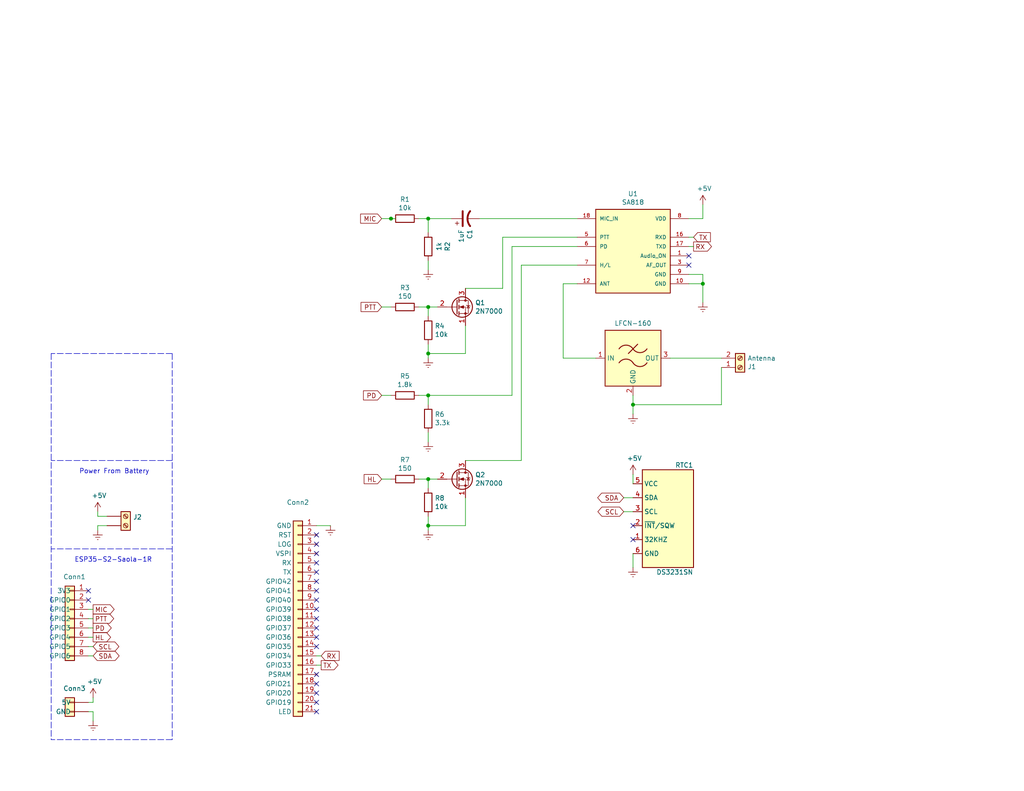
<source format=kicad_sch>
(kicad_sch (version 20211123) (generator eeschema)
  (paper "USLetter")
  (title_block (title "Yet Another Foxbox") (date "2023-03-25") (rev "v3.1") (company "Greg Stoike, KN4CK"))
  (lib_symbols
    (symbol "Connector:Screw_Terminal_01x02" (pin_names (offset 1.016) hide)
      (property "Reference" "J" (at 0 2.54 0))
      (property "Value" "Screw_Terminal_01x02" (at 0 -5.08 0))
      (symbol "Screw_Terminal_01x02_1_1"
        (rectangle (start -1.27 1.27) (end 1.27 -3.81) (stroke (width 0.254)) (fill (type background)))
        (circle (center 0 -2.54) (radius 0.635) (stroke (width 0.1524)))
        (polyline (pts (xy -0.5334 -2.2098) (xy 0.3302 -3.048)) (stroke (width 0.1524)))
        (polyline (pts (xy -0.5334 0.3302) (xy 0.3302 -0.508)) (stroke (width 0.1524)))
        (polyline (pts (xy -0.3556 -2.032) (xy 0.508 -2.8702)) (stroke (width 0.1524)))
        (polyline (pts (xy -0.3556 0.508) (xy 0.508 -0.3302)) (stroke (width 0.1524)))
        (circle (center 0 0) (radius 0.635) (stroke (width 0.1524)))
        (pin passive line (at -5.08 0 0) (length 3.81) (name "Pin_1") (number "1"))
        (pin passive line (at -5.08 -2.54 0) (length 3.81) (name "Pin_2") (number "2"))
      )
    )
    (symbol "Connector_ESP32:Conn_01x21" (pin_names (offset 3))
      (property "Reference" "Conn2" (at 0 31.75 0))
      (symbol "Conn_01x21_1_1"
        (rectangle (start -1.27 -25.273) (end 0 -25.527) (stroke (width 0.1524)))
        (rectangle (start -1.27 -22.733) (end 0 -22.987) (stroke (width 0.1524)))
        (rectangle (start -1.27 -20.193) (end 0 -20.447) (stroke (width 0.1524)))
        (rectangle (start -1.27 -17.653) (end 0 -17.907) (stroke (width 0.1524)))
        (rectangle (start -1.27 -15.113) (end 0 -15.367) (stroke (width 0.1524)))
        (rectangle (start -1.27 -12.573) (end 0 -12.827) (stroke (width 0.1524)))
        (rectangle (start -1.27 -10.033) (end 0 -10.287) (stroke (width 0.1524)))
        (rectangle (start -1.27 -7.493) (end 0 -7.747) (stroke (width 0.1524)))
        (rectangle (start -1.27 -4.953) (end 0 -5.207) (stroke (width 0.1524)))
        (rectangle (start -1.27 -2.413) (end 0 -2.667) (stroke (width 0.1524)))
        (rectangle (start -1.27 0.127) (end 0 -0.127) (stroke (width 0.1524)))
        (rectangle (start -1.27 2.667) (end 0 2.413) (stroke (width 0.1524)))
        (rectangle (start -1.27 5.207) (end 0 4.953) (stroke (width 0.1524)))
        (rectangle (start -1.27 7.747) (end 0 7.493) (stroke (width 0.1524)))
        (rectangle (start -1.27 10.287) (end 0 10.033) (stroke (width 0.1524)))
        (rectangle (start -1.27 12.827) (end 0 12.573) (stroke (width 0.1524)))
        (rectangle (start -1.27 15.367) (end 0 15.113) (stroke (width 0.1524)))
        (rectangle (start -1.27 17.907) (end 0 17.653) (stroke (width 0.1524)))
        (rectangle (start -1.27 20.447) (end 0 20.193) (stroke (width 0.1524)))
        (rectangle (start -1.27 22.987) (end 0 22.733) (stroke (width 0.1524)))
        (rectangle (start -1.27 25.527) (end 0 25.273) (stroke (width 0.1524)))
        (rectangle (start -1.27 26.67) (end 1.27 -26.67) (stroke (width 0.254)) (fill (type background)))
        (pin passive line (at -5.08 25.4 0) (length 3.81) (name "GND") (number "1"))
        (pin passive line (at -5.08 2.54 0) (length 3.81) (name "GPIO39") (number "10"))
        (pin passive line (at -5.08 0 0) (length 3.81) (name "GPIO38") (number "11"))
        (pin passive line (at -5.08 -2.54 0) (length 3.81) (name "GPIO37") (number "12"))
        (pin passive line (at -5.08 -5.08 0) (length 3.81) (name "GPIO36") (number "13"))
        (pin passive line (at -5.08 -7.62 0) (length 3.81) (name "GPIO35") (number "14"))
        (pin passive line (at -5.08 -10.16 0) (length 3.81) (name "GPIO34") (number "15"))
        (pin passive line (at -5.08 -12.7 0) (length 3.81) (name "GPIO33") (number "16"))
        (pin no_connect line (at -5.08 -15.24 0) (length 3.81) (name "PSRAM") (number "17"))
        (pin passive line (at -5.08 -17.78 0) (length 3.81) (name "GPIO21") (number "18"))
        (pin passive line (at -5.08 -20.32 0) (length 3.81) (name "GPIO20") (number "19"))
        (pin no_connect line (at -5.08 22.86 0) (length 3.81) (name "RST") (number "2"))
        (pin passive line (at -5.08 -22.86 0) (length 3.81) (name "GPIO19") (number "20"))
        (pin passive line (at -5.08 -25.4 0) (length 3.81) (name "LED") (number "21"))
        (pin no_connect line (at -5.08 20.32 0) (length 3.81) (name "LOG") (number "3"))
        (pin no_connect line (at -5.08 17.78 0) (length 3.81) (name "VSPI") (number "4"))
        (pin passive line (at -5.08 15.24 0) (length 3.81) (name "RX") (number "5"))
        (pin passive line (at -5.08 12.7 0) (length 3.81) (name "TX") (number "6"))
        (pin passive line (at -5.08 10.16 0) (length 3.81) (name "GPIO42") (number "7"))
        (pin passive line (at -5.08 7.62 0) (length 3.81) (name "GPIO41") (number "8"))
        (pin passive line (at -5.08 5.08 0) (length 3.81) (name "GPIO40") (number "9"))
      )
    )
    (symbol "Connector_ESP32:ESP32-S2-Saola-1R_Power" (pin_numbers hide) (pin_names (offset 1.016))
      (property "Reference" "Conn3" (at 1.27 6.35 0))
      (symbol "ESP32-S2-Saola-1R_Power_1_1"
        (rectangle (start 1.27 -1.27) (end -1.27 3.81) (stroke (width 0.254)) (fill (type background)))
        (rectangle (start 1.27 -0.127) (end 0 0.127) (stroke (width 0.1524)))
        (rectangle (start 1.27 2.413) (end 0 2.667) (stroke (width 0.1524)))
        (pin passive line (at 5.08 2.54 180) (length 3.81) (name "5V") (number "5v0"))
        (pin passive line (at 5.08 0 180) (length 3.81) (name "GND") (number "GND"))
      )
    )
    (symbol "DRA818V:SA818" (pin_names (offset 1.016))
      (property "Reference" "U" (at -10.16 13.208 0))
      (property "Value" "SA818" (at -10.16 -12.7 0))
      (symbol "SA818_0_0"
        (rectangle (start -10.16 -10.16) (end 10.16 12.7) (stroke (width 0.254)) (fill (type background)))
        (pin output line (at 15.24 0 180) (length 5.08) (name "Audio_ON") (number "1"))
        (pin power_in line (at 15.24 -7.62 180) (length 5.08) (name "GND") (number "10"))
        (pin passive line (at -15.24 -7.62 0) (length 5.08) (name "ANT") (number "12"))
        (pin input line (at 15.24 5.08 180) (length 5.08) (name "RXD") (number "16"))
        (pin output line (at 15.24 2.54 180) (length 5.08) (name "TXD") (number "17"))
        (pin input line (at -15.24 10.16 0) (length 5.08) (name "MIC_IN") (number "18"))
        (pin output line (at 15.24 -2.54 180) (length 5.08) (name "AF_OUT") (number "3"))
        (pin input line (at -15.24 5.08 0) (length 5.08) (name "PTT") (number "5"))
        (pin input line (at -15.24 2.54 0) (length 5.08) (name "PD") (number "6"))
        (pin input line (at -15.24 -2.54 0) (length 5.08) (name "H/L") (number "7"))
        (pin power_in line (at 15.24 10.16 180) (length 5.08) (name "VDD") (number "8"))
        (pin power_in line (at 15.24 -5.08 180) (length 5.08) (name "GND") (number "9"))
      )
    )
    (symbol "Device:R" (pin_numbers hide) (pin_names (offset 0))
      (property "Reference" "R" (at 2.032 0 90))
      (property "Value" "R" (at 0 0 90))
      (symbol "R_0_1"
        (rectangle (start -1.016 -2.54) (end 1.016 2.54) (stroke (width 0.254)))
      )
      (symbol "R_1_1"
        (pin passive line (at 0 3.81 270) (length 1.27) (name "~") (number "1"))
        (pin passive line (at 0 -3.81 90) (length 1.27) (name "~") (number "2"))
      )
    )
    (symbol "ESP32-S2-Saola-1R_GPIO_1" (pin_names (offset 1.016))
      (property "Reference" "Conn1" (at 1.27 13.97 0))
      (symbol "ESP32-S2-Saola-1R_GPIO_1_1_1"
        (rectangle (start 1.27 -8.89) (end -1.27 11.43) (stroke (width 0.254)) (fill (type background)))
        (rectangle (start 1.27 -7.747) (end 0 -7.493) (stroke (width 0.1524)))
        (rectangle (start 1.27 -5.207) (end 0 -4.953) (stroke (width 0.1524)))
        (rectangle (start 1.27 -2.667) (end 0 -2.413) (stroke (width 0.1524)))
        (rectangle (start 1.27 -0.127) (end 0 0.127) (stroke (width 0.1524)))
        (rectangle (start 1.27 2.413) (end 0 2.667) (stroke (width 0.1524)))
        (rectangle (start 1.27 4.953) (end 0 5.207) (stroke (width 0.1524)))
        (rectangle (start 1.27 7.493) (end 0 7.747) (stroke (width 0.1524)))
        (rectangle (start 1.27 10.033) (end 0 10.287) (stroke (width 0.1524)))
        (pin passive line (at 5.08 10.16 180) (length 3.81) (name "3V3") (number "1"))
        (pin passive line (at 5.08 7.62 180) (length 3.81) (name "GPIO0") (number "2"))
        (pin passive line (at 5.08 5.08 180) (length 3.81) (name "GPIO1") (number "3"))
        (pin passive line (at 5.08 2.54 180) (length 3.81) (name "GPIO2") (number "4"))
        (pin passive line (at 5.08 0 180) (length 3.81) (name "GPIO3") (number "5"))
        (pin passive line (at 5.08 -2.54 180) (length 3.81) (name "GPIO4") (number "6"))
        (pin passive line (at 5.08 -5.08 180) (length 3.81) (name "GPIO5") (number "7"))
        (pin passive line (at 5.08 -7.62 180) (length 3.81) (name "GPIO6") (number "8"))
      )
    )
    (symbol "RF_Filter:LFCN-160"
      (property "Reference" "FL" (at 0 10.795 0))
      (property "Value" "LFCN-160" (at 0 8.89 0))
      (symbol "LFCN-160_0_1"
        (rectangle (start -7.62 7.62) (end 7.62 -7.62) (stroke (width 0.254)) (fill (type background)))
        (arc (start 0 -1.27) (mid -1.905 -0.2505) (end -3.81 -1.27) (stroke (width 0.254)))
        (arc (start 0 -1.27) (mid 1.905 -2.2895) (end 3.81 -1.27) (stroke (width 0.254)))
        (polyline (pts (xy -1.27 1.27) (xy 1.27 3.81)) (stroke (width 0.254)))
        (arc (start 0 2.54) (mid -1.905 3.5595) (end -3.81 2.54) (stroke (width 0.254)))
        (arc (start 0 2.54) (mid 1.905 1.5205) (end 3.81 2.54) (stroke (width 0.254)))
      )
      (symbol "LFCN-160_1_1"
        (pin passive line (at -10.16 0 0) (length 2.54) (name "IN") (number "1"))
        (pin passive line (at 0 -10.16 90) (length 2.54) (name "GND") (number "2"))
        (pin passive line (at 10.16 0 180) (length 2.54) (name "OUT") (number "3"))
        (pin passive line (at 0 -10.16 90) (length 2.54) hide (name "GND") (number "4"))
      )
    )
    (symbol "Screw_Terminal_01x02_1" (pin_numbers hide) (pin_names (offset 1.016) hide)
      (property "Reference" "J" (at 0 2.54 0))
      (property "Value" "Screw_Terminal_01x02_1" (at 0 -5.08 0))
      (symbol "Screw_Terminal_01x02_1_1_1"
        (rectangle (start -1.27 1.27) (end 1.27 -3.81) (stroke (width 0.254)) (fill (type background)))
        (circle (center 0 -2.54) (radius 0.635) (stroke (width 0.1524)))
        (polyline (pts (xy -0.5334 -2.2098) (xy 0.3302 -3.048)) (stroke (width 0.1524)))
        (polyline (pts (xy -0.5334 0.3302) (xy 0.3302 -0.508)) (stroke (width 0.1524)))
        (polyline (pts (xy -0.3556 -2.032) (xy 0.508 -2.8702)) (stroke (width 0.1524)))
        (polyline (pts (xy -0.3556 0.508) (xy 0.508 -0.3302)) (stroke (width 0.1524)))
        (circle (center 0 0) (radius 0.635) (stroke (width 0.1524)))
        (pin passive line (at -5.08 0 0) (length 3.81) (name "Pin_1") (number "1"))
        (pin passive line (at -5.08 -2.54 0) (length 3.81) (name "Pin_2") (number "2"))
      )
    )
    (symbol "Transistor_FET:2N7000" (pin_names hide)
      (property "Reference" "Q" (at 5.08 1.905 0))
      (property "Value" "2N7000" (at 5.08 0 0))
      (symbol "2N7000_0_1"
        (polyline (pts (xy 0.254 0) (xy -2.54 0)))
        (polyline (pts (xy 0.254 1.905) (xy 0.254 -1.905)) (stroke (width 0.254)))
        (polyline (pts (xy 0.762 -1.27) (xy 0.762 -2.286)) (stroke (width 0.254)))
        (polyline (pts (xy 0.762 0.508) (xy 0.762 -0.508)) (stroke (width 0.254)))
        (polyline (pts (xy 0.762 2.286) (xy 0.762 1.27)) (stroke (width 0.254)))
        (polyline (pts (xy 2.54 2.54) (xy 2.54 1.778)))
        (polyline (pts (xy 2.54 -2.54) (xy 2.54 0) (xy 0.762 0)))
        (polyline (pts (xy 0.762 -1.778) (xy 3.302 -1.778) (xy 3.302 1.778) (xy 0.762 1.778)))
        (polyline (pts (xy 1.016 0) (xy 2.032 0.381) (xy 2.032 -0.381) (xy 1.016 0)) (fill (type outline)))
        (polyline (pts (xy 2.794 0.508) (xy 2.921 0.381) (xy 3.683 0.381) (xy 3.81 0.254)))
        (polyline (pts (xy 3.302 0.381) (xy 2.921 -0.254) (xy 3.683 -0.254) (xy 3.302 0.381)))
        (circle (center 1.651 0) (radius 2.794) (stroke (width 0.254)))
        (circle (center 2.54 -1.778) (radius 0.254) (fill (type outline)))
        (circle (center 2.54 1.778) (radius 0.254) (fill (type outline)))
      )
      (symbol "2N7000_1_1"
        (pin passive line (at 2.54 -5.08 90) (length 2.54) (name "S") (number "1"))
        (pin input line (at -5.08 0 0) (length 2.54) (name "G") (number "2"))
        (pin passive line (at 2.54 5.08 270) (length 2.54) (name "D") (number "3"))
      )
    )
    (symbol "fox-rescue:CP1-Device" (pin_numbers hide) (pin_names (offset 0.254) hide)
      (property "Reference" "C" (at 0.635 2.54 0))
      (property "Value" "CP1-Device" (at 0.635 -2.54 0))
      (symbol "CP1-Device_0_1"
        (polyline (pts (xy -2.032 0.762) (xy 2.032 0.762)) (stroke (width 0.508)))
        (polyline (pts (xy -1.778 2.286) (xy -0.762 2.286)))
        (polyline (pts (xy -1.27 1.778) (xy -1.27 2.794)))
        (arc (start 2.032 -1.27) (mid 0 -0.5572) (end -2.032 -1.27) (stroke (width 0.508)))
      )
      (symbol "CP1-Device_1_1"
        (pin passive line (at 0 3.81 270) (length 2.794) (name "~") (number "1"))
        (pin passive line (at 0 -3.81 90) (length 3.302) (name "~") (number "2"))
      )
    )
    (symbol "fox-rescue:DS3231SN-ds3231sn"
      (property "Reference" "RTC1" (at -39.37 19.05 0))
      (property "Value" "DS3231SN" (at -46.99 -10.16 0))
      (symbol "DS3231SN-ds3231sn_0_1"
        (rectangle (start -50.8 17.78) (end -36.83 -8.89) (stroke (width 0.254)) (fill (type background)))
      )
      (symbol "DS3231SN-ds3231sn_1_1"
        (pin open_collector line (at -53.34 -1.27 0) (length 2.54) (name "32KHZ") (number "1"))
        (pin open_collector line (at -53.34 2.54 0) (length 2.54) (name "~{INT}/SQW") (number "2"))
        (pin bidirectional line (at -53.34 6.35 0) (length 2.54) (name "SCL") (number "3"))
        (pin bidirectional line (at -53.34 10.16 0) (length 2.54) (name "SDA") (number "4"))
        (pin power_in line (at -53.34 13.97 0) (length 2.54) (name "VCC") (number "5"))
        (pin power_in line (at -53.34 -5.08 0) (length 2.54) (name "GND") (number "6"))
      )
    )
    (symbol "power:+5V" (power) (pin_names (offset 0))
      (property "Value" "+5V" (at 0 3.556 0))
      (symbol "+5V_0_1"
        (polyline (pts (xy -0.762 1.27) (xy 0 2.54)))
        (polyline (pts (xy 0 0) (xy 0 2.54)))
        (polyline (pts (xy 0 2.54) (xy 0.762 1.27)))
      )
      (symbol "+5V_1_1"
        (pin power_in line (at 0 0 90) (length 0) hide (name "+5V") (number "1"))
      )
    )
    (symbol "power:GNDREF" (power) (pin_names (offset 0))
      (property "Value" "GNDREF" (at 0 -3.81 0))
      (symbol "GNDREF_0_1"
        (polyline (pts (xy -0.635 -1.905) (xy 0.635 -1.905)))
        (polyline (pts (xy -0.127 -2.54) (xy 0.127 -2.54)))
        (polyline (pts (xy 0 -1.27) (xy 0 0)))
        (polyline (pts (xy 1.27 -1.27) (xy -1.27 -1.27)))
      )
      (symbol "GNDREF_1_1"
        (pin power_in line (at 0 0 270) (length 0) hide (name "GNDREF") (number "1"))
      )
    )
  )
  (junction (at 116.84 130.81))
  (junction (at 106.68 59.69))
  (junction (at 116.84 96.52))
  (junction (at 116.84 59.69))
  (junction (at 116.84 107.95))
  (junction (at 116.84 83.82))
  (junction (at 191.77 77.47))
  (junction (at 116.84 143.51))
  (junction (at 172.72 110.49))
  (no_connect (at 86.36 186.69))
  (no_connect (at 86.36 151.13))
  (no_connect (at 86.36 173.99))
  (no_connect (at 86.36 171.45))
  (no_connect (at 86.36 148.59))
  (no_connect (at 187.96 72.39))
  (no_connect (at 86.36 158.75))
  (no_connect (at 24.13 161.29))
  (no_connect (at 172.72 143.51))
  (no_connect (at 86.36 191.77))
  (no_connect (at 86.36 166.37))
  (no_connect (at 86.36 156.21))
  (no_connect (at 86.36 194.31))
  (no_connect (at 86.36 189.23))
  (no_connect (at 86.36 176.53))
  (no_connect (at 172.72 147.32))
  (no_connect (at 86.36 163.83))
  (no_connect (at 24.13 163.83))
  (no_connect (at 86.36 184.15))
  (no_connect (at 86.36 161.29))
  (no_connect (at 86.36 168.91))
  (no_connect (at 187.96 69.85))
  (no_connect (at 86.36 146.05))
  (no_connect (at 86.36 153.67))
  (wire (pts (xy 26.67 140.97) (xy 29.21 140.97)))
  (wire (pts (xy 157.48 77.47) (xy 153.67 77.47)))
  (polyline (pts (xy 46.99 96.52) (xy 13.97 96.52)))
  (wire (pts (xy 119.38 83.82) (xy 116.84 83.82)))
  (wire (pts (xy 29.21 143.51) (xy 26.67 143.51)))
  (wire (pts (xy 157.48 64.77) (xy 137.16 64.77)))
  (wire (pts (xy 106.68 59.69) (xy 104.14 59.69)))
  (wire (pts (xy 25.4 168.91) (xy 24.13 168.91)))
  (wire (pts (xy 106.68 83.82) (xy 104.14 83.82)))
  (polyline (pts (xy 46.99 125.73) (xy 13.97 125.73)))
  (wire (pts (xy 87.63 179.07) (xy 86.36 179.07)))
  (wire (pts (xy 187.96 77.47) (xy 191.77 77.47)))
  (wire (pts (xy 26.67 143.51) (xy 26.67 144.78)))
  (wire (pts (xy 24.13 176.53) (xy 25.4 176.53)))
  (wire (pts (xy 130.81 59.69) (xy 157.48 59.69)))
  (wire (pts (xy 24.13 179.07) (xy 25.4 179.07)))
  (wire (pts (xy 87.63 181.61) (xy 86.36 181.61)))
  (wire (pts (xy 25.4 191.77) (xy 25.4 190.5)))
  (wire (pts (xy 139.7 67.31) (xy 139.7 107.95)))
  (wire (pts (xy 127 88.9) (xy 127 96.52)))
  (wire (pts (xy 107.95 59.69) (xy 106.68 59.69)))
  (wire (pts (xy 172.72 135.89) (xy 170.18 135.89)))
  (wire (pts (xy 116.84 86.36) (xy 116.84 83.82)))
  (wire (pts (xy 127 135.89) (xy 127 143.51)))
  (wire (pts (xy 153.67 77.47) (xy 153.67 97.79)))
  (wire (pts (xy 24.13 191.77) (xy 25.4 191.77)))
  (wire (pts (xy 187.96 74.93) (xy 191.77 74.93)))
  (wire (pts (xy 123.19 59.69) (xy 116.84 59.69)))
  (wire (pts (xy 116.84 96.52) (xy 116.84 93.98)))
  (wire (pts (xy 172.72 107.95) (xy 172.72 110.49)))
  (wire (pts (xy 116.84 133.35) (xy 116.84 130.81)))
  (wire (pts (xy 106.68 130.81) (xy 104.14 130.81)))
  (wire (pts (xy 182.88 97.79) (xy 196.85 97.79)))
  (wire (pts (xy 157.48 72.39) (xy 142.24 72.39)))
  (wire (pts (xy 116.84 144.78) (xy 116.84 143.51)))
  (wire (pts (xy 137.16 64.77) (xy 137.16 78.74)))
  (wire (pts (xy 116.84 110.49) (xy 116.84 107.95)))
  (wire (pts (xy 25.4 171.45) (xy 24.13 171.45)))
  (wire (pts (xy 172.72 110.49) (xy 172.72 113.03)))
  (polyline (pts (xy 46.99 149.86) (xy 13.97 149.86)))
  (wire (pts (xy 116.84 130.81) (xy 114.3 130.81)))
  (wire (pts (xy 116.84 83.82) (xy 114.3 83.82)))
  (wire (pts (xy 172.72 139.7) (xy 170.18 139.7)))
  (wire (pts (xy 25.4 173.99) (xy 24.13 173.99)))
  (wire (pts (xy 172.72 154.94) (xy 172.72 151.13)))
  (wire (pts (xy 25.4 196.85) (xy 25.4 194.31)))
  (wire (pts (xy 191.77 59.69) (xy 191.77 55.88)))
  (wire (pts (xy 116.84 120.65) (xy 116.84 118.11)))
  (wire (pts (xy 24.13 194.31) (xy 25.4 194.31)))
  (wire (pts (xy 191.77 74.93) (xy 191.77 77.47)))
  (wire (pts (xy 116.84 97.79) (xy 116.84 96.52)))
  (wire (pts (xy 119.38 130.81) (xy 116.84 130.81)))
  (wire (pts (xy 25.4 166.37) (xy 24.13 166.37)))
  (wire (pts (xy 116.84 143.51) (xy 116.84 140.97)))
  (wire (pts (xy 137.16 78.74) (xy 127 78.74)))
  (wire (pts (xy 196.85 110.49) (xy 172.72 110.49)))
  (wire (pts (xy 187.96 59.69) (xy 191.77 59.69)))
  (polyline (pts (xy 46.99 201.93) (xy 13.97 201.93)))
  (wire (pts (xy 196.85 100.33) (xy 196.85 110.49)))
  (wire (pts (xy 26.67 139.7) (xy 26.67 140.97)))
  (wire (pts (xy 172.72 132.08) (xy 172.72 129.54)))
  (wire (pts (xy 106.68 107.95) (xy 104.14 107.95)))
  (wire (pts (xy 153.67 97.79) (xy 162.56 97.79)))
  (wire (pts (xy 187.96 64.77) (xy 189.23 64.77)))
  (wire (pts (xy 187.96 67.31) (xy 189.23 67.31)))
  (wire (pts (xy 157.48 67.31) (xy 139.7 67.31)))
  (wire (pts (xy 114.3 59.69) (xy 116.84 59.69)))
  (polyline (pts (xy 46.99 96.52) (xy 46.99 201.93)))
  (wire (pts (xy 142.24 72.39) (xy 142.24 125.73)))
  (polyline (pts (xy 13.97 96.52) (xy 13.97 201.93)))
  (wire (pts (xy 139.7 107.95) (xy 116.84 107.95)))
  (wire (pts (xy 127 96.52) (xy 116.84 96.52)))
  (wire (pts (xy 86.36 143.51) (xy 90.17 143.51)))
  (wire (pts (xy 191.77 77.47) (xy 191.77 82.55)))
  (wire (pts (xy 114.3 107.95) (xy 116.84 107.95)))
  (wire (pts (xy 127 143.51) (xy 116.84 143.51)))
  (wire (pts (xy 116.84 71.12) (xy 116.84 73.66)))
  (wire (pts (xy 116.84 59.69) (xy 116.84 63.5)))
  (wire (pts (xy 142.24 125.73) (xy 127 125.73)))
  (text "ESP35-S2-Saola-1R" (at 20.32 153.67 0) (effects (font (size 1.27 1.27)) (justify left bottom)))
  (text "Power From Battery" (at 21.59 129.54 0) (effects (font (size 1.27 1.27)) (justify left bottom)))
  (global_label "PD" (shape input) (at 104.14 107.95 180) (property "Intersheet References" "${INTERSHEET_REFS}" (effects hide)))
  (global_label "SCL" (shape bidirectional) (at 170.18 139.7 180) (property "Intersheet References" "${INTERSHEET_REFS}" (effects hide)))
  (global_label "TX" (shape input) (at 189.23 64.77 0) (property "Intersheet References" "${INTERSHEET_REFS}" (effects hide)))
  (global_label "SDA" (shape bidirectional) (at 170.18 135.89 180) (property "Intersheet References" "${INTERSHEET_REFS}" (effects hide)))
  (global_label "HL" (shape output) (at 25.4 173.99 0) (property "Intersheet References" "${INTERSHEET_REFS}" (effects hide)))
  (global_label "MIC" (shape output) (at 25.4 166.37 0) (property "Intersheet References" "${INTERSHEET_REFS}" (effects hide)))
  (global_label "RX" (shape input) (at 87.63 179.07 0) (property "Intersheet References" "${INTERSHEET_REFS}" (effects hide)))
  (global_label "TX" (shape output) (at 87.63 181.61 0) (property "Intersheet References" "${INTERSHEET_REFS}" (effects hide)))
  (global_label "PTT" (shape output) (at 25.4 168.91 0) (property "Intersheet References" "${INTERSHEET_REFS}" (effects hide)))
  (global_label "PTT" (shape input) (at 104.14 83.82 180) (property "Intersheet References" "${INTERSHEET_REFS}" (effects hide)))
  (global_label "MIC" (shape input) (at 104.14 59.69 180) (property "Intersheet References" "${INTERSHEET_REFS}" (effects hide)))
  (global_label "RX" (shape output) (at 189.23 67.31 0) (property "Intersheet References" "${INTERSHEET_REFS}" (effects hide)))
  (global_label "SDA" (shape bidirectional) (at 25.4 179.07 0) (property "Intersheet References" "${INTERSHEET_REFS}" (effects hide)))
  (global_label "SCL" (shape bidirectional) (at 25.4 176.53 0) (property "Intersheet References" "${INTERSHEET_REFS}" (effects hide)))
  (global_label "PD" (shape output) (at 25.4 171.45 0) (property "Intersheet References" "${INTERSHEET_REFS}" (effects hide)))
  (global_label "HL" (shape input) (at 104.14 130.81 180) (property "Intersheet References" "${INTERSHEET_REFS}" (effects hide)))
  (symbol (lib_id "RF_Filter:LFCN-160") (at 172.72 97.79 0) (unit 1)
    (property "Reference" "FL1" (effects hide))
    (property "Value" "LFCN-160" (at 172.72 88.265 0))
    (property "Footprint" "Filter:Filter_Mini-Circuits_FV1206" (effects hide))
    (property "Datasheet" "https://www.minicircuits.com/pdfs/LFCN-160+.pdf" (effects hide))
  )
  (symbol (lib_id "power:+5V") (at 191.77 55.88 0) (unit 1)
    (property "Reference" "#PWR01" (effects hide))
    (property "Value" "+5V" (at 192.151 51.4858 0))
  )
  (symbol (lib_id "Device:R") (at 110.49 59.69 270) (unit 1)
    (property "Reference" "R1" (at 110.49 54.4322 90))
    (property "Value" "10k" (at 110.49 56.7436 90))
    (property "Footprint" "Resistor_THT:R_Axial_DIN0207_L6.3mm_D2.5mm_P7.62mm_Horizontal" (effects hide))
  )
  (symbol (lib_id "Device:R") (at 110.49 107.95 270) (unit 1)
    (property "Reference" "R5" (at 110.49 102.6922 90))
    (property "Value" "1.8k" (at 110.49 105.0036 90))
    (property "Footprint" "Resistor_THT:R_Axial_DIN0207_L6.3mm_D2.5mm_P7.62mm_Horizontal" (effects hide))
  )
  (symbol (lib_id "Device:R") (at 116.84 114.3 0) (unit 1)
    (property "Reference" "R6" (at 118.618 113.1316 0) (effects (justify left)))
    (property "Value" "3.3k" (at 118.618 115.443 0) (effects (justify left)))
    (property "Footprint" "Resistor_THT:R_Axial_DIN0207_L6.3mm_D2.5mm_P7.62mm_Horizontal" (effects hide))
  )
  (symbol (lib_id "Device:R") (at 116.84 67.31 180) (unit 1)
    (property "Reference" "R2" (at 122.0978 67.31 90))
    (property "Value" "1k" (at 119.7864 67.31 90))
    (property "Footprint" "Resistor_THT:R_Axial_DIN0207_L6.3mm_D2.5mm_P7.62mm_Horizontal" (effects hide))
  )
  (symbol (lib_id "fox-rescue:CP1-Device") (at 127 59.69 90) (unit 1)
    (property "Reference" "C1" (at 128.1684 62.611 0) (effects (justify right)))
    (property "Value" "1uF" (at 125.857 62.611 0) (effects (justify right)))
    (property "Footprint" "Capacitor_THT:CP_Radial_D5.0mm_P2.50mm" (effects hide))
  )
  (symbol (lib_id "power:GNDREF") (at 116.84 120.65 0) (unit 1)
    (property "Reference" "#PWR05" (effects hide))
    (property "Value" "GNDREF" (effects hide))
  )
  (symbol (lib_id "Device:R") (at 116.84 90.17 0) (unit 1)
    (property "Reference" "R4" (at 118.618 89.0016 0) (effects (justify left)))
    (property "Value" "10k" (at 118.618 91.313 0) (effects (justify left)))
    (property "Footprint" "Resistor_THT:R_Axial_DIN0207_L6.3mm_D2.5mm_P7.62mm_Horizontal" (effects hide))
  )
  (symbol (lib_id "Device:R") (at 110.49 83.82 270) (unit 1)
    (property "Reference" "R3" (at 110.49 78.5622 90))
    (property "Value" "150" (at 110.49 80.8736 90))
    (property "Footprint" "Resistor_THT:R_Axial_DIN0207_L6.3mm_D2.5mm_P7.62mm_Horizontal" (effects hide))
  )
  (symbol (lib_id "power:GNDREF") (at 116.84 73.66 0) (unit 1)
    (property "Reference" "#PWR02" (effects hide))
    (property "Value" "GNDREF" (effects hide))
  )
  (symbol (lib_id "power:GNDREF") (at 191.77 82.55 0) (unit 1)
    (property "Reference" "#PWR03" (effects hide))
    (property "Value" "GNDREF" (effects hide))
  )
  (symbol (lib_id "power:GNDREF") (at 116.84 97.79 0) (unit 1)
    (property "Reference" "#PWR04" (effects hide))
    (property "Value" "GNDREF" (effects hide))
  )
  (symbol (lib_id "power:GNDREF") (at 172.72 113.03 0) (unit 1)
    (property "Reference" "#PWR06" (effects hide))
    (property "Value" "GNDREF" (effects hide))
  )
  (symbol (lib_id "Device:R") (at 116.84 137.16 0) (unit 1)
    (property "Reference" "R8" (at 118.618 135.9916 0) (effects (justify left)))
    (property "Value" "10k" (at 118.618 138.303 0) (effects (justify left)))
    (property "Footprint" "Resistor_THT:R_Axial_DIN0207_L6.3mm_D2.5mm_P7.62mm_Horizontal" (effects hide))
  )
  (symbol (lib_id "Device:R") (at 110.49 130.81 270) (unit 1)
    (property "Reference" "R7" (at 110.49 125.5522 90))
    (property "Value" "150" (at 110.49 127.8636 90))
    (property "Footprint" "Resistor_THT:R_Axial_DIN0207_L6.3mm_D2.5mm_P7.62mm_Horizontal" (effects hide))
  )
  (symbol (lib_id "power:GNDREF") (at 116.84 144.78 0) (unit 1)
    (property "Reference" "#PWR08" (effects hide))
    (property "Value" "GNDREF" (effects hide))
  )
  (symbol (lib_id "DRA818V:SA818") (at 172.72 69.85 0) (unit 1)
    (property "Reference" "U1" (at 172.72 52.9082 0))
    (property "Value" "SA818" (at 172.72 55.2196 0))
    (property "Footprint" "DRA818U_AND_V_Kicad-master:DRA818" (effects hide))
    (property "MANUFACTURER" "DORJI" (effects hide))
    (property "STANDARD" "MANUFACTURER RECOMMENDATIONS" (effects hide))
    (property "PART_REV" "1.23" (effects hide))
  )
  (symbol (lib_id "fox-rescue:DS3231SN-ds3231sn") (at 226.06 146.05 0) (unit 1)
    (property "Reference" "RTC1" (at 186.69 127 0))
    (property "Value" "DS3231SN" (at 179.07 156.21 0) (effects (justify left)))
    (property "Footprint" "2021-04-11_18-38-50:DS3231SN" (effects hide))
    (property "Datasheet" "http://datasheets.maximintegrated.com/en/ds/DS3231.pdf" (effects hide))
  )
  (symbol (lib_id "power:GNDREF") (at 172.72 154.94 0) (unit 1)
    (property "Reference" "#PWR010" (effects hide))
    (property "Value" "GNDREF" (effects hide))
  )
  (symbol (lib_id "power:+5V") (at 172.72 129.54 0) (unit 1)
    (property "Reference" "#PWR09" (effects hide))
    (property "Value" "+5V" (at 173.101 125.1458 0))
  )
  (symbol (lib_id "Transistor_FET:2N7000") (at 124.46 83.82 0) (unit 1)
    (property "Reference" "Q1" (at 129.6416 82.6516 0) (effects (justify left)))
    (property "Value" "2N7000" (at 129.6416 84.963 0) (effects (justify left)))
    (property "Footprint" "Package_TO_SOT_THT:TO-92_Inline_Wide" (effects hide))
    (property "Datasheet" "https://www.onsemi.com/pub/Collateral/NDS7002A-D.PDF" (effects hide))
  )
  (symbol (lib_id "Transistor_FET:2N7000") (at 124.46 130.81 0) (unit 1)
    (property "Reference" "Q2" (at 129.6416 129.6416 0) (effects (justify left)))
    (property "Value" "2N7000" (at 129.6416 131.953 0) (effects (justify left)))
    (property "Footprint" "Package_TO_SOT_THT:TO-92_Inline_Wide" (effects hide))
    (property "Datasheet" "https://www.onsemi.com/pub/Collateral/NDS7002A-D.PDF" (effects hide))
  )
  (symbol (lib_id "Connector:Screw_Terminal_01x02") (at 201.93 100.33 0) (mirror x) (unit 1)
    (property "Reference" "J1" (at 203.962 100.1268 0) (effects (justify left)))
    (property "Value" "Antenna" (at 203.962 97.8154 0) (effects (justify left)))
    (property "Footprint" "2021-04-11_18-38-50:OSTTA020161" (effects hide))
  )
  (symbol (lib_name "Screw_Terminal_01x02_1") (lib_id "Connector:Screw_Terminal_01x02") (at 34.29 140.97 0) (unit 1)
    (property "Reference" "J2" (at 36.322 141.1732 0) (effects (justify left)))
    (property "Value" "Power" (effects hide))
    (property "Footprint" "2021-04-11_18-38-50:OSTTA020161" (effects hide))
  )
  (symbol (lib_id "power:+5V") (at 26.67 139.7 0) (unit 1)
    (property "Reference" "#PWR0101" (effects hide))
    (property "Value" "+5V" (at 27.051 135.3058 0))
  )
  (symbol (lib_id "power:GNDREF") (at 26.67 144.78 0) (unit 1)
    (property "Reference" "#PWR0102" (effects hide))
    (property "Value" "GNDREF" (effects hide))
  )
  (symbol (lib_id "power:+5V") (at 25.4 190.5 0) (unit 1)
    (property "Reference" "#PWR0108" (effects hide))
    (property "Value" "+5V" (at 25.781 186.1058 0))
  )
  (symbol (lib_id "power:GNDREF") (at 25.4 196.85 0) (unit 1)
    (property "Reference" "#PWR0107" (effects hide))
    (property "Value" "GNDREF" (effects hide))
  )
  (symbol (lib_name "ESP32-S2-Saola-1R_GPIO_1") (lib_id "Connector_ESP32:ESP32-S2-Saola-1R_GPIO") (at 19.05 171.45 0) (unit 1)
    (property "Reference" "Conn1" (at 20.32 157.48 0))
    (property "Value" "ESP32-S2-Saola-1R_GPIO_1" (effects hide))
    (property "Footprint" "Connector_PinSocket_2.54mm:PinSocket_1x08_P2.54mm_Vertical" (effects hide))
  )
  (symbol (lib_id "Connector_ESP32:ESP32-S2-Saola-1R_Power") (at 19.05 194.31 0) (unit 1)
    (property "Reference" "Conn3" (at 20.32 187.96 0))
    (property "Value" "ESP32-S2-Saola-1R_Power" (effects hide))
    (property "Footprint" "Connector_PinSocket_2.54mm:PinSocket_1x02_P2.54mm_Vertical" (effects hide))
  )
  (symbol (lib_id "Connector_ESP32:Conn_01x21") (at 81.28 168.91 0) (mirror y) (unit 1)
    (property "Reference" "Conn2" (at 81.28 137.16 0))
    (property "Value" "ESP32-S2-Saola-1R_GPIO_2" (effects hide))
    (property "Footprint" "Connector_PinSocket_2.54mm:PinSocket_1x21_P2.54mm_Vertical" (effects hide))
  )
  (symbol (lib_id "power:GNDREF") (at 90.17 143.51 0) (unit 1)
    (property "Reference" "#PWR0103" (effects hide))
    (property "Value" "GNDREF" (effects hide))
  )
)
</source>
